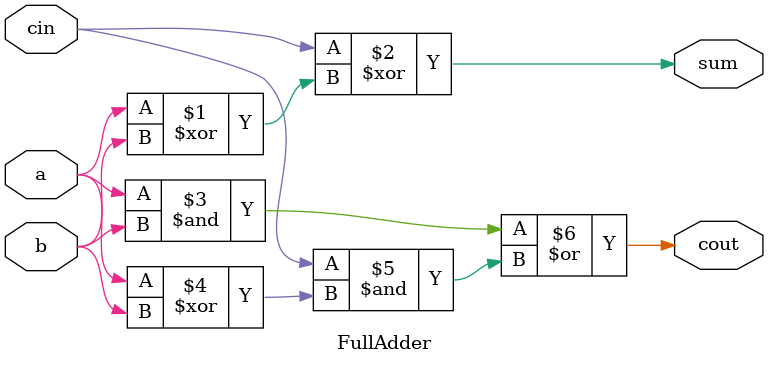
<source format=v>
`timescale 1ns / 1ps
module FullAdder(
    input a,
    input b,
    input cin,
    output sum,
    output cout
    );
	 
assign sum=cin^(a^b);
assign cout=(a&b)|(cin&(a^b));

endmodule

</source>
